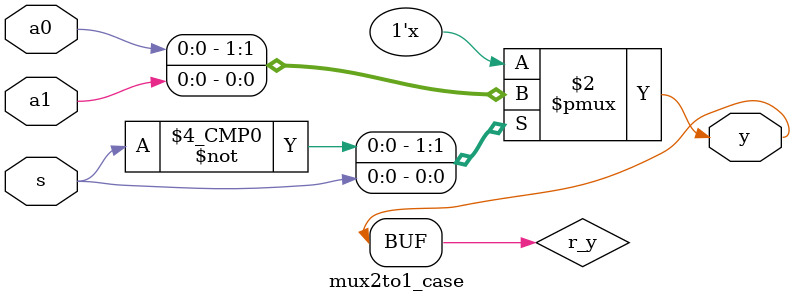
<source format=v>

`timescale 1ns / 1ps

module mux2to1_case(input a0,
                    input a1,
                    input s,
                    output y );
                    
    reg r_y;
    
    always @ (s or a0 or a1) begin
        case(s)
            1'b0 : r_y = a0;
            1'b1 : r_y = a1;
        endcase
        
        // Alternative design
//        case(s)
//            1'b0    : r_y = a0;
//            default : r_y = a1;
//        endcase
    end
        
    assign y = r_y;
endmodule

</source>
